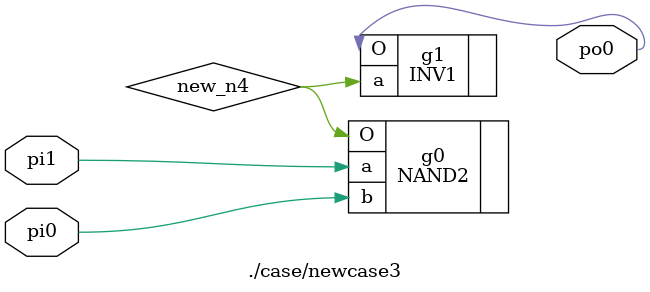
<source format=v>

module \./case/newcase3  ( 
    pi0, pi1,
    po0  );
  input  pi0, pi1;
  output po0;
  wire new_n4;
  NAND2 g0(.a(pi1), .b(pi0), .O(new_n4));
  INV1  g1(.a(new_n4), .O(po0));
endmodule



</source>
